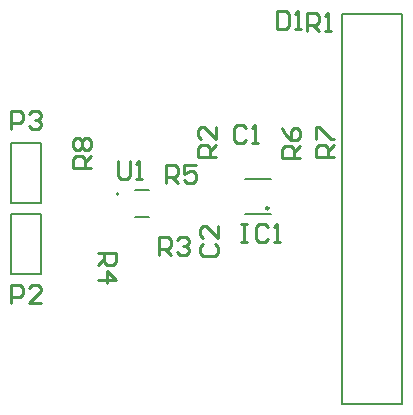
<source format=gbr>
%TF.GenerationSoftware,Altium Limited,Altium Designer,21.2.2 (38)*%
G04 Layer_Color=65535*
%FSLAX45Y45*%
%MOMM*%
%TF.SameCoordinates,DC8D9031-FEEE-4EB9-A140-7D2FD38E5C7C*%
%TF.FilePolarity,Positive*%
%TF.FileFunction,Legend,Top*%
%TF.Part,Single*%
G01*
G75*
%TA.AperFunction,NonConductor*%
%ADD24C,0.25400*%
%ADD25C,0.20000*%
%ADD26C,0.12700*%
D24*
X2280000Y1730000D02*
G03*
X2280000Y1730000I-10000J0D01*
G01*
X776175Y2073041D02*
X623825D01*
Y2149216D01*
X649217Y2174608D01*
X700000D01*
X725392Y2149216D01*
Y2073041D01*
Y2123825D02*
X776175Y2174608D01*
X649217Y2225392D02*
X623825Y2250784D01*
Y2301567D01*
X649217Y2326959D01*
X674608D01*
X700000Y2301567D01*
X725392Y2326959D01*
X750784D01*
X776175Y2301567D01*
Y2250784D01*
X750784Y2225392D01*
X725392D01*
X700000Y2250784D01*
X674608Y2225392D01*
X649217D01*
X700000Y2250784D02*
Y2301567D01*
X2836175Y2163041D02*
X2683824D01*
Y2239216D01*
X2709216Y2264608D01*
X2760000D01*
X2785392Y2239216D01*
Y2163041D01*
Y2213824D02*
X2836175Y2264608D01*
X2683824Y2315392D02*
Y2416959D01*
X2709216D01*
X2810783Y2315392D01*
X2836175D01*
X2546175Y2153041D02*
X2393825D01*
Y2229216D01*
X2419216Y2254608D01*
X2470000D01*
X2495392Y2229216D01*
Y2153041D01*
Y2203824D02*
X2546175Y2254608D01*
X2393825Y2406959D02*
X2419216Y2356175D01*
X2470000Y2305392D01*
X2520783D01*
X2546175Y2330784D01*
Y2381567D01*
X2520783Y2406959D01*
X2495392D01*
X2470000Y2381567D01*
Y2305392D01*
X1413041Y1943825D02*
Y2096175D01*
X1489216D01*
X1514608Y2070784D01*
Y2020000D01*
X1489216Y1994608D01*
X1413041D01*
X1463825D02*
X1514608Y1943825D01*
X1666959Y2096175D02*
X1565392D01*
Y2020000D01*
X1616175Y2045392D01*
X1641567D01*
X1666959Y2020000D01*
Y1969217D01*
X1641567Y1943825D01*
X1590784D01*
X1565392Y1969217D01*
X833825Y1346959D02*
X986176D01*
Y1270783D01*
X960784Y1245391D01*
X910000D01*
X884608Y1270783D01*
Y1346959D01*
Y1296175D02*
X833825Y1245391D01*
Y1118433D02*
X986176D01*
X910000Y1194608D01*
Y1093041D01*
X1353041Y1333825D02*
Y1486175D01*
X1429217D01*
X1454608Y1460783D01*
Y1410000D01*
X1429217Y1384608D01*
X1353041D01*
X1403825D02*
X1454608Y1333825D01*
X1505392Y1460783D02*
X1530784Y1486175D01*
X1581567D01*
X1606959Y1460783D01*
Y1435392D01*
X1581567Y1410000D01*
X1556175D01*
X1581567D01*
X1606959Y1384608D01*
Y1359216D01*
X1581567Y1333825D01*
X1530784D01*
X1505392Y1359216D01*
X1729217Y1424609D02*
X1703825Y1399217D01*
Y1348433D01*
X1729217Y1323041D01*
X1830783D01*
X1856175Y1348433D01*
Y1399217D01*
X1830783Y1424609D01*
X1856175Y1576959D02*
Y1475392D01*
X1754608Y1576959D01*
X1729217D01*
X1703825Y1551567D01*
Y1500784D01*
X1729217Y1475392D01*
X1836175Y2163041D02*
X1683825D01*
Y2239217D01*
X1709217Y2264608D01*
X1760000D01*
X1785392Y2239217D01*
Y2163041D01*
Y2213825D02*
X1836175Y2264608D01*
Y2416959D02*
Y2315392D01*
X1734608Y2416959D01*
X1709217D01*
X1683825Y2391567D01*
Y2340784D01*
X1709217Y2315392D01*
X2044954Y1596175D02*
X2095737D01*
X2070346D01*
Y1443825D01*
X2044954D01*
X2095737D01*
X2273480Y1570783D02*
X2248088Y1596175D01*
X2197304D01*
X2171913Y1570783D01*
Y1469217D01*
X2197304Y1443825D01*
X2248088D01*
X2273480Y1469217D01*
X2324263Y1443825D02*
X2375047D01*
X2349655D01*
Y1596175D01*
X2324263Y1570783D01*
X2090000Y2410784D02*
X2064609Y2436175D01*
X2013825D01*
X1988433Y2410784D01*
Y2309217D01*
X2013825Y2283825D01*
X2064609D01*
X2090000Y2309217D01*
X2140784Y2283825D02*
X2191567D01*
X2166176D01*
Y2436175D01*
X2140784Y2410784D01*
X103041Y923825D02*
Y1076176D01*
X179217D01*
X204608Y1050784D01*
Y1000000D01*
X179217Y974608D01*
X103041D01*
X356959Y923825D02*
X255392D01*
X356959Y1025392D01*
Y1050784D01*
X331567Y1076176D01*
X280784D01*
X255392Y1050784D01*
X103041Y2402825D02*
Y2555175D01*
X179217D01*
X204608Y2529784D01*
Y2479000D01*
X179217Y2453608D01*
X103041D01*
X255392Y2529784D02*
X280784Y2555175D01*
X331567D01*
X356959Y2529784D01*
Y2504392D01*
X331567Y2479000D01*
X306175D01*
X331567D01*
X356959Y2453608D01*
Y2428217D01*
X331567Y2402825D01*
X280784D01*
X255392Y2428217D01*
X2604720Y3232100D02*
Y3384451D01*
X2680895D01*
X2706287Y3359059D01*
Y3308275D01*
X2680895Y3282883D01*
X2604720D01*
X2655503D02*
X2706287Y3232100D01*
X2757071D02*
X2807854D01*
X2782463D01*
Y3384451D01*
X2757071Y3359059D01*
X2355800Y3394611D02*
Y3242260D01*
X2431975D01*
X2457367Y3267652D01*
Y3369219D01*
X2431975Y3394611D01*
X2355800D01*
X2508151Y3242260D02*
X2558934D01*
X2533543D01*
Y3394611D01*
X2508151Y3369219D01*
X1004520Y2127151D02*
Y2000192D01*
X1029912Y1974800D01*
X1080695D01*
X1106087Y2000192D01*
Y2127151D01*
X1156871Y1974800D02*
X1207654D01*
X1182263D01*
Y2127151D01*
X1156871Y2101759D01*
D25*
X1010000Y1850200D02*
G03*
X1010000Y1850200I-10000J0D01*
G01*
X2080000Y1680000D02*
X2300000D01*
X2080000Y1980000D02*
X2300000D01*
X103000Y1173000D02*
X357000D01*
X103000D02*
Y1681000D01*
X357000D01*
Y1173000D02*
Y1681000D01*
X103000Y2281000D02*
X357000D01*
Y1773000D02*
Y2281000D01*
X103000Y1773000D02*
X357000D01*
X103000D02*
Y2281000D01*
X2904000Y72000D02*
X3412000D01*
X2904000Y3374000D02*
X3412000D01*
Y72000D02*
Y3374000D01*
X2904000Y72000D02*
Y3374000D01*
D26*
X1147500Y1887000D02*
X1272500D01*
X1147500Y1653000D02*
X1272500D01*
%TF.MD5,c303552346e5c16f4b529169f48b6b54*%
M02*

</source>
